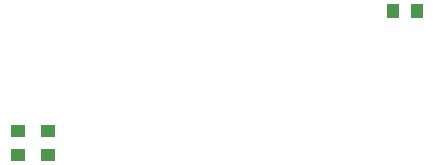
<source format=gbp>
G04 Layer_Color=128*
%FSLAX24Y24*%
%MOIN*%
G70*
G01*
G75*
%ADD23R,0.0400X0.0500*%
%ADD24R,0.0500X0.0400*%
G54D23*
X17300Y17000D02*
D03*
X16500D02*
D03*
G54D24*
X5000Y12200D02*
D03*
Y13000D02*
D03*
X4000Y12200D02*
D03*
Y13000D02*
D03*
M02*

</source>
